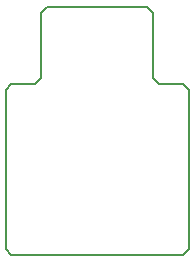
<source format=gbr>
G04 #@! TF.GenerationSoftware,KiCad,Pcbnew,(5.0.0)*
G04 #@! TF.CreationDate,2018-10-02T11:21:32+01:00*
G04 #@! TF.ProjectId,ArchMage,417263684D6167652E6B696361645F70,rev?*
G04 #@! TF.SameCoordinates,Original*
G04 #@! TF.FileFunction,Profile,NP*
%FSLAX46Y46*%
G04 Gerber Fmt 4.6, Leading zero omitted, Abs format (unit mm)*
G04 Created by KiCad (PCBNEW (5.0.0)) date 10/02/18 11:21:32*
%MOMM*%
%LPD*%
G01*
G04 APERTURE LIST*
%ADD10C,0.150000*%
G04 APERTURE END LIST*
D10*
X157000000Y-81000000D02*
X165500000Y-81000000D01*
X156500000Y-81500000D02*
X157000000Y-81000000D01*
X156500000Y-87000000D02*
X156500000Y-81500000D01*
X156000000Y-87500000D02*
X156500000Y-87000000D01*
X155500000Y-87500000D02*
X156000000Y-87500000D01*
X154000000Y-87500000D02*
X155500000Y-87500000D01*
X153500000Y-88000000D02*
X154000000Y-87500000D01*
X153500000Y-101500000D02*
X153500000Y-88000000D01*
X154000000Y-102000000D02*
X153500000Y-101500000D01*
X154500000Y-102000000D02*
X154000000Y-102000000D01*
X168500000Y-102000000D02*
X154500000Y-102000000D01*
X169000000Y-101500000D02*
X168500000Y-102000000D01*
X169000000Y-88000000D02*
X169000000Y-101500000D01*
X168500000Y-87500000D02*
X169000000Y-88000000D01*
X166500000Y-87500000D02*
X168500000Y-87500000D01*
X166000000Y-87000000D02*
X166500000Y-87500000D01*
X166000000Y-81500000D02*
X166000000Y-87000000D01*
X165500000Y-81000000D02*
X166000000Y-81500000D01*
M02*

</source>
